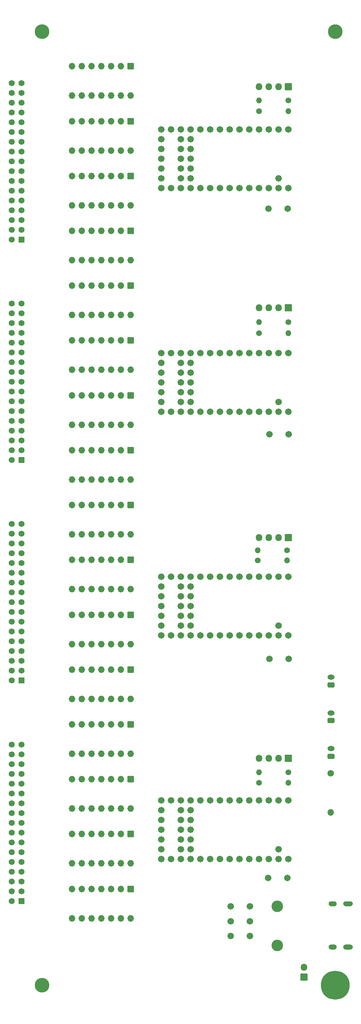
<source format=gbr>
G04 #@! TF.GenerationSoftware,KiCad,Pcbnew,(6.0.4-0)*
G04 #@! TF.CreationDate,2023-02-13T16:27:08-08:00*
G04 #@! TF.ProjectId,widaq-magis-ssr-v2b,77696461-712d-46d6-9167-69732d737372,rev?*
G04 #@! TF.SameCoordinates,Original*
G04 #@! TF.FileFunction,Soldermask,Bot*
G04 #@! TF.FilePolarity,Negative*
%FSLAX46Y46*%
G04 Gerber Fmt 4.6, Leading zero omitted, Abs format (unit mm)*
G04 Created by KiCad (PCBNEW (6.0.4-0)) date 2023-02-13 16:27:08*
%MOMM*%
%LPD*%
G01*
G04 APERTURE LIST*
G04 Aperture macros list*
%AMRoundRect*
0 Rectangle with rounded corners*
0 $1 Rounding radius*
0 $2 $3 $4 $5 $6 $7 $8 $9 X,Y pos of 4 corners*
0 Add a 4 corners polygon primitive as box body*
4,1,4,$2,$3,$4,$5,$6,$7,$8,$9,$2,$3,0*
0 Add four circle primitives for the rounded corners*
1,1,$1+$1,$2,$3*
1,1,$1+$1,$4,$5*
1,1,$1+$1,$6,$7*
1,1,$1+$1,$8,$9*
0 Add four rect primitives between the rounded corners*
20,1,$1+$1,$2,$3,$4,$5,0*
20,1,$1+$1,$4,$5,$6,$7,0*
20,1,$1+$1,$6,$7,$8,$9,0*
20,1,$1+$1,$8,$9,$2,$3,0*%
G04 Aperture macros list end*
%ADD10C,0.010000*%
%ADD11RoundRect,0.051000X-0.800000X0.800000X-0.800000X-0.800000X0.800000X-0.800000X0.800000X0.800000X0*%
%ADD12O,1.702000X1.702000*%
%ADD13RoundRect,0.301000X0.625000X-0.350000X0.625000X0.350000X-0.625000X0.350000X-0.625000X-0.350000X0*%
%ADD14O,1.852000X1.302000*%
%ADD15C,3.802000*%
%ADD16RoundRect,0.051000X-0.850000X0.850000X-0.850000X-0.850000X0.850000X-0.850000X0.850000X0.850000X0*%
%ADD17O,1.802000X1.802000*%
%ADD18C,1.502000*%
%ADD19O,1.502000X1.502000*%
%ADD20C,1.702000*%
%ADD21C,3.002000*%
%ADD22RoundRect,0.051000X0.850000X0.850000X-0.850000X0.850000X-0.850000X-0.850000X0.850000X-0.850000X0*%
%ADD23RoundRect,0.051000X-0.736600X0.736600X-0.736600X-0.736600X0.736600X-0.736600X0.736600X0.736600X0*%
%ADD24C,1.575200*%
%ADD25C,7.502000*%
%ADD26C,0.902000*%
G04 APERTURE END LIST*
G36*
X342634668Y-316038000D02*
G01*
X342696668Y-316048000D01*
X342756668Y-316064000D01*
X342815668Y-316087000D01*
X342871668Y-316115000D01*
X342924668Y-316150000D01*
X342972668Y-316189000D01*
X343017668Y-316234000D01*
X343056668Y-316282000D01*
X343091668Y-316335000D01*
X343119668Y-316391000D01*
X343142668Y-316450000D01*
X343158668Y-316510000D01*
X343168668Y-316572000D01*
X343171668Y-316635000D01*
X343168668Y-316698000D01*
X343158668Y-316760000D01*
X343142668Y-316820000D01*
X343119668Y-316879000D01*
X343091668Y-316935000D01*
X343056668Y-316988000D01*
X343017668Y-317036000D01*
X342972668Y-317081000D01*
X342924668Y-317120000D01*
X342871668Y-317155000D01*
X342815668Y-317183000D01*
X342756668Y-317206000D01*
X342696668Y-317222000D01*
X342634668Y-317232000D01*
X342571668Y-317235000D01*
X341771668Y-317235000D01*
X341708668Y-317232000D01*
X341646668Y-317222000D01*
X341586668Y-317206000D01*
X341527668Y-317183000D01*
X341471668Y-317155000D01*
X341418668Y-317120000D01*
X341370668Y-317081000D01*
X341325668Y-317036000D01*
X341286668Y-316988000D01*
X341251668Y-316935000D01*
X341223668Y-316879000D01*
X341200668Y-316820000D01*
X341184668Y-316760000D01*
X341174668Y-316698000D01*
X341171668Y-316635000D01*
X341174668Y-316572000D01*
X341184668Y-316510000D01*
X341200668Y-316450000D01*
X341223668Y-316391000D01*
X341251668Y-316335000D01*
X341286668Y-316282000D01*
X341325668Y-316234000D01*
X341370668Y-316189000D01*
X341418668Y-316150000D01*
X341471668Y-316115000D01*
X341527668Y-316087000D01*
X341586668Y-316064000D01*
X341646668Y-316048000D01*
X341708668Y-316038000D01*
X341771668Y-316035000D01*
X342571668Y-316035000D01*
X342634668Y-316038000D01*
G37*
D10*
X342634668Y-316038000D02*
X342696668Y-316048000D01*
X342756668Y-316064000D01*
X342815668Y-316087000D01*
X342871668Y-316115000D01*
X342924668Y-316150000D01*
X342972668Y-316189000D01*
X343017668Y-316234000D01*
X343056668Y-316282000D01*
X343091668Y-316335000D01*
X343119668Y-316391000D01*
X343142668Y-316450000D01*
X343158668Y-316510000D01*
X343168668Y-316572000D01*
X343171668Y-316635000D01*
X343168668Y-316698000D01*
X343158668Y-316760000D01*
X343142668Y-316820000D01*
X343119668Y-316879000D01*
X343091668Y-316935000D01*
X343056668Y-316988000D01*
X343017668Y-317036000D01*
X342972668Y-317081000D01*
X342924668Y-317120000D01*
X342871668Y-317155000D01*
X342815668Y-317183000D01*
X342756668Y-317206000D01*
X342696668Y-317222000D01*
X342634668Y-317232000D01*
X342571668Y-317235000D01*
X341771668Y-317235000D01*
X341708668Y-317232000D01*
X341646668Y-317222000D01*
X341586668Y-317206000D01*
X341527668Y-317183000D01*
X341471668Y-317155000D01*
X341418668Y-317120000D01*
X341370668Y-317081000D01*
X341325668Y-317036000D01*
X341286668Y-316988000D01*
X341251668Y-316935000D01*
X341223668Y-316879000D01*
X341200668Y-316820000D01*
X341184668Y-316760000D01*
X341174668Y-316698000D01*
X341171668Y-316635000D01*
X341174668Y-316572000D01*
X341184668Y-316510000D01*
X341200668Y-316450000D01*
X341223668Y-316391000D01*
X341251668Y-316335000D01*
X341286668Y-316282000D01*
X341325668Y-316234000D01*
X341370668Y-316189000D01*
X341418668Y-316150000D01*
X341471668Y-316115000D01*
X341527668Y-316087000D01*
X341586668Y-316064000D01*
X341646668Y-316048000D01*
X341708668Y-316038000D01*
X341771668Y-316035000D01*
X342571668Y-316035000D01*
X342634668Y-316038000D01*
G36*
X346834668Y-316038000D02*
G01*
X346896668Y-316048000D01*
X346956668Y-316064000D01*
X347015668Y-316087000D01*
X347071668Y-316115000D01*
X347124668Y-316150000D01*
X347172668Y-316189000D01*
X347217668Y-316234000D01*
X347256668Y-316282000D01*
X347291668Y-316335000D01*
X347319668Y-316391000D01*
X347342668Y-316450000D01*
X347358668Y-316510000D01*
X347368668Y-316572000D01*
X347371668Y-316635000D01*
X347368668Y-316698000D01*
X347358668Y-316760000D01*
X347342668Y-316820000D01*
X347319668Y-316879000D01*
X347291668Y-316935000D01*
X347256668Y-316988000D01*
X347217668Y-317036000D01*
X347172668Y-317081000D01*
X347124668Y-317120000D01*
X347071668Y-317155000D01*
X347015668Y-317183000D01*
X346956668Y-317206000D01*
X346896668Y-317222000D01*
X346834668Y-317232000D01*
X346771668Y-317235000D01*
X345571668Y-317235000D01*
X345508668Y-317232000D01*
X345446668Y-317222000D01*
X345386668Y-317206000D01*
X345327668Y-317183000D01*
X345271668Y-317155000D01*
X345218668Y-317120000D01*
X345170668Y-317081000D01*
X345125668Y-317036000D01*
X345086668Y-316988000D01*
X345051668Y-316935000D01*
X345023668Y-316879000D01*
X345000668Y-316820000D01*
X344984668Y-316760000D01*
X344974668Y-316698000D01*
X344971668Y-316635000D01*
X344974668Y-316572000D01*
X344984668Y-316510000D01*
X345000668Y-316450000D01*
X345023668Y-316391000D01*
X345051668Y-316335000D01*
X345086668Y-316282000D01*
X345125668Y-316234000D01*
X345170668Y-316189000D01*
X345218668Y-316150000D01*
X345271668Y-316115000D01*
X345327668Y-316087000D01*
X345386668Y-316064000D01*
X345446668Y-316048000D01*
X345508668Y-316038000D01*
X345571668Y-316035000D01*
X346771668Y-316035000D01*
X346834668Y-316038000D01*
G37*
X346834668Y-316038000D02*
X346896668Y-316048000D01*
X346956668Y-316064000D01*
X347015668Y-316087000D01*
X347071668Y-316115000D01*
X347124668Y-316150000D01*
X347172668Y-316189000D01*
X347217668Y-316234000D01*
X347256668Y-316282000D01*
X347291668Y-316335000D01*
X347319668Y-316391000D01*
X347342668Y-316450000D01*
X347358668Y-316510000D01*
X347368668Y-316572000D01*
X347371668Y-316635000D01*
X347368668Y-316698000D01*
X347358668Y-316760000D01*
X347342668Y-316820000D01*
X347319668Y-316879000D01*
X347291668Y-316935000D01*
X347256668Y-316988000D01*
X347217668Y-317036000D01*
X347172668Y-317081000D01*
X347124668Y-317120000D01*
X347071668Y-317155000D01*
X347015668Y-317183000D01*
X346956668Y-317206000D01*
X346896668Y-317222000D01*
X346834668Y-317232000D01*
X346771668Y-317235000D01*
X345571668Y-317235000D01*
X345508668Y-317232000D01*
X345446668Y-317222000D01*
X345386668Y-317206000D01*
X345327668Y-317183000D01*
X345271668Y-317155000D01*
X345218668Y-317120000D01*
X345170668Y-317081000D01*
X345125668Y-317036000D01*
X345086668Y-316988000D01*
X345051668Y-316935000D01*
X345023668Y-316879000D01*
X345000668Y-316820000D01*
X344984668Y-316760000D01*
X344974668Y-316698000D01*
X344971668Y-316635000D01*
X344974668Y-316572000D01*
X344984668Y-316510000D01*
X345000668Y-316450000D01*
X345023668Y-316391000D01*
X345051668Y-316335000D01*
X345086668Y-316282000D01*
X345125668Y-316234000D01*
X345170668Y-316189000D01*
X345218668Y-316150000D01*
X345271668Y-316115000D01*
X345327668Y-316087000D01*
X345386668Y-316064000D01*
X345446668Y-316048000D01*
X345508668Y-316038000D01*
X345571668Y-316035000D01*
X346771668Y-316035000D01*
X346834668Y-316038000D01*
G36*
X342634668Y-327278000D02*
G01*
X342696668Y-327288000D01*
X342756668Y-327304000D01*
X342815668Y-327327000D01*
X342871668Y-327355000D01*
X342924668Y-327390000D01*
X342972668Y-327429000D01*
X343017668Y-327474000D01*
X343056668Y-327522000D01*
X343091668Y-327575000D01*
X343119668Y-327631000D01*
X343142668Y-327690000D01*
X343158668Y-327750000D01*
X343168668Y-327812000D01*
X343171668Y-327875000D01*
X343168668Y-327938000D01*
X343158668Y-328000000D01*
X343142668Y-328060000D01*
X343119668Y-328119000D01*
X343091668Y-328175000D01*
X343056668Y-328228000D01*
X343017668Y-328276000D01*
X342972668Y-328321000D01*
X342924668Y-328360000D01*
X342871668Y-328395000D01*
X342815668Y-328423000D01*
X342756668Y-328446000D01*
X342696668Y-328462000D01*
X342634668Y-328472000D01*
X342571668Y-328475000D01*
X341771668Y-328475000D01*
X341708668Y-328472000D01*
X341646668Y-328462000D01*
X341586668Y-328446000D01*
X341527668Y-328423000D01*
X341471668Y-328395000D01*
X341418668Y-328360000D01*
X341370668Y-328321000D01*
X341325668Y-328276000D01*
X341286668Y-328228000D01*
X341251668Y-328175000D01*
X341223668Y-328119000D01*
X341200668Y-328060000D01*
X341184668Y-328000000D01*
X341174668Y-327938000D01*
X341171668Y-327875000D01*
X341174668Y-327812000D01*
X341184668Y-327750000D01*
X341200668Y-327690000D01*
X341223668Y-327631000D01*
X341251668Y-327575000D01*
X341286668Y-327522000D01*
X341325668Y-327474000D01*
X341370668Y-327429000D01*
X341418668Y-327390000D01*
X341471668Y-327355000D01*
X341527668Y-327327000D01*
X341586668Y-327304000D01*
X341646668Y-327288000D01*
X341708668Y-327278000D01*
X341771668Y-327275000D01*
X342571668Y-327275000D01*
X342634668Y-327278000D01*
G37*
X342634668Y-327278000D02*
X342696668Y-327288000D01*
X342756668Y-327304000D01*
X342815668Y-327327000D01*
X342871668Y-327355000D01*
X342924668Y-327390000D01*
X342972668Y-327429000D01*
X343017668Y-327474000D01*
X343056668Y-327522000D01*
X343091668Y-327575000D01*
X343119668Y-327631000D01*
X343142668Y-327690000D01*
X343158668Y-327750000D01*
X343168668Y-327812000D01*
X343171668Y-327875000D01*
X343168668Y-327938000D01*
X343158668Y-328000000D01*
X343142668Y-328060000D01*
X343119668Y-328119000D01*
X343091668Y-328175000D01*
X343056668Y-328228000D01*
X343017668Y-328276000D01*
X342972668Y-328321000D01*
X342924668Y-328360000D01*
X342871668Y-328395000D01*
X342815668Y-328423000D01*
X342756668Y-328446000D01*
X342696668Y-328462000D01*
X342634668Y-328472000D01*
X342571668Y-328475000D01*
X341771668Y-328475000D01*
X341708668Y-328472000D01*
X341646668Y-328462000D01*
X341586668Y-328446000D01*
X341527668Y-328423000D01*
X341471668Y-328395000D01*
X341418668Y-328360000D01*
X341370668Y-328321000D01*
X341325668Y-328276000D01*
X341286668Y-328228000D01*
X341251668Y-328175000D01*
X341223668Y-328119000D01*
X341200668Y-328060000D01*
X341184668Y-328000000D01*
X341174668Y-327938000D01*
X341171668Y-327875000D01*
X341174668Y-327812000D01*
X341184668Y-327750000D01*
X341200668Y-327690000D01*
X341223668Y-327631000D01*
X341251668Y-327575000D01*
X341286668Y-327522000D01*
X341325668Y-327474000D01*
X341370668Y-327429000D01*
X341418668Y-327390000D01*
X341471668Y-327355000D01*
X341527668Y-327327000D01*
X341586668Y-327304000D01*
X341646668Y-327288000D01*
X341708668Y-327278000D01*
X341771668Y-327275000D01*
X342571668Y-327275000D01*
X342634668Y-327278000D01*
G36*
X346834668Y-327278000D02*
G01*
X346896668Y-327288000D01*
X346956668Y-327304000D01*
X347015668Y-327327000D01*
X347071668Y-327355000D01*
X347124668Y-327390000D01*
X347172668Y-327429000D01*
X347217668Y-327474000D01*
X347256668Y-327522000D01*
X347291668Y-327575000D01*
X347319668Y-327631000D01*
X347342668Y-327690000D01*
X347358668Y-327750000D01*
X347368668Y-327812000D01*
X347371668Y-327875000D01*
X347368668Y-327938000D01*
X347358668Y-328000000D01*
X347342668Y-328060000D01*
X347319668Y-328119000D01*
X347291668Y-328175000D01*
X347256668Y-328228000D01*
X347217668Y-328276000D01*
X347172668Y-328321000D01*
X347124668Y-328360000D01*
X347071668Y-328395000D01*
X347015668Y-328423000D01*
X346956668Y-328446000D01*
X346896668Y-328462000D01*
X346834668Y-328472000D01*
X346771668Y-328475000D01*
X345571668Y-328475000D01*
X345508668Y-328472000D01*
X345446668Y-328462000D01*
X345386668Y-328446000D01*
X345327668Y-328423000D01*
X345271668Y-328395000D01*
X345218668Y-328360000D01*
X345170668Y-328321000D01*
X345125668Y-328276000D01*
X345086668Y-328228000D01*
X345051668Y-328175000D01*
X345023668Y-328119000D01*
X345000668Y-328060000D01*
X344984668Y-328000000D01*
X344974668Y-327938000D01*
X344971668Y-327875000D01*
X344974668Y-327812000D01*
X344984668Y-327750000D01*
X345000668Y-327690000D01*
X345023668Y-327631000D01*
X345051668Y-327575000D01*
X345086668Y-327522000D01*
X345125668Y-327474000D01*
X345170668Y-327429000D01*
X345218668Y-327390000D01*
X345271668Y-327355000D01*
X345327668Y-327327000D01*
X345386668Y-327304000D01*
X345446668Y-327288000D01*
X345508668Y-327278000D01*
X345571668Y-327275000D01*
X346771668Y-327275000D01*
X346834668Y-327278000D01*
G37*
X346834668Y-327278000D02*
X346896668Y-327288000D01*
X346956668Y-327304000D01*
X347015668Y-327327000D01*
X347071668Y-327355000D01*
X347124668Y-327390000D01*
X347172668Y-327429000D01*
X347217668Y-327474000D01*
X347256668Y-327522000D01*
X347291668Y-327575000D01*
X347319668Y-327631000D01*
X347342668Y-327690000D01*
X347358668Y-327750000D01*
X347368668Y-327812000D01*
X347371668Y-327875000D01*
X347368668Y-327938000D01*
X347358668Y-328000000D01*
X347342668Y-328060000D01*
X347319668Y-328119000D01*
X347291668Y-328175000D01*
X347256668Y-328228000D01*
X347217668Y-328276000D01*
X347172668Y-328321000D01*
X347124668Y-328360000D01*
X347071668Y-328395000D01*
X347015668Y-328423000D01*
X346956668Y-328446000D01*
X346896668Y-328462000D01*
X346834668Y-328472000D01*
X346771668Y-328475000D01*
X345571668Y-328475000D01*
X345508668Y-328472000D01*
X345446668Y-328462000D01*
X345386668Y-328446000D01*
X345327668Y-328423000D01*
X345271668Y-328395000D01*
X345218668Y-328360000D01*
X345170668Y-328321000D01*
X345125668Y-328276000D01*
X345086668Y-328228000D01*
X345051668Y-328175000D01*
X345023668Y-328119000D01*
X345000668Y-328060000D01*
X344984668Y-328000000D01*
X344974668Y-327938000D01*
X344971668Y-327875000D01*
X344974668Y-327812000D01*
X344984668Y-327750000D01*
X345000668Y-327690000D01*
X345023668Y-327631000D01*
X345051668Y-327575000D01*
X345086668Y-327522000D01*
X345125668Y-327474000D01*
X345170668Y-327429000D01*
X345218668Y-327390000D01*
X345271668Y-327355000D01*
X345327668Y-327327000D01*
X345386668Y-327304000D01*
X345446668Y-327288000D01*
X345508668Y-327278000D01*
X345571668Y-327275000D01*
X346771668Y-327275000D01*
X346834668Y-327278000D01*
G36*
X342634668Y-316038000D02*
G01*
X342696668Y-316048000D01*
X342756668Y-316064000D01*
X342815668Y-316087000D01*
X342871668Y-316115000D01*
X342924668Y-316150000D01*
X342972668Y-316189000D01*
X343017668Y-316234000D01*
X343056668Y-316282000D01*
X343091668Y-316335000D01*
X343119668Y-316391000D01*
X343142668Y-316450000D01*
X343158668Y-316510000D01*
X343168668Y-316572000D01*
X343171668Y-316635000D01*
X343168668Y-316698000D01*
X343158668Y-316760000D01*
X343142668Y-316820000D01*
X343119668Y-316879000D01*
X343091668Y-316935000D01*
X343056668Y-316988000D01*
X343017668Y-317036000D01*
X342972668Y-317081000D01*
X342924668Y-317120000D01*
X342871668Y-317155000D01*
X342815668Y-317183000D01*
X342756668Y-317206000D01*
X342696668Y-317222000D01*
X342634668Y-317232000D01*
X342571668Y-317235000D01*
X341771668Y-317235000D01*
X341708668Y-317232000D01*
X341646668Y-317222000D01*
X341586668Y-317206000D01*
X341527668Y-317183000D01*
X341471668Y-317155000D01*
X341418668Y-317120000D01*
X341370668Y-317081000D01*
X341325668Y-317036000D01*
X341286668Y-316988000D01*
X341251668Y-316935000D01*
X341223668Y-316879000D01*
X341200668Y-316820000D01*
X341184668Y-316760000D01*
X341174668Y-316698000D01*
X341171668Y-316635000D01*
X341174668Y-316572000D01*
X341184668Y-316510000D01*
X341200668Y-316450000D01*
X341223668Y-316391000D01*
X341251668Y-316335000D01*
X341286668Y-316282000D01*
X341325668Y-316234000D01*
X341370668Y-316189000D01*
X341418668Y-316150000D01*
X341471668Y-316115000D01*
X341527668Y-316087000D01*
X341586668Y-316064000D01*
X341646668Y-316048000D01*
X341708668Y-316038000D01*
X341771668Y-316035000D01*
X342571668Y-316035000D01*
X342634668Y-316038000D01*
G37*
X342634668Y-316038000D02*
X342696668Y-316048000D01*
X342756668Y-316064000D01*
X342815668Y-316087000D01*
X342871668Y-316115000D01*
X342924668Y-316150000D01*
X342972668Y-316189000D01*
X343017668Y-316234000D01*
X343056668Y-316282000D01*
X343091668Y-316335000D01*
X343119668Y-316391000D01*
X343142668Y-316450000D01*
X343158668Y-316510000D01*
X343168668Y-316572000D01*
X343171668Y-316635000D01*
X343168668Y-316698000D01*
X343158668Y-316760000D01*
X343142668Y-316820000D01*
X343119668Y-316879000D01*
X343091668Y-316935000D01*
X343056668Y-316988000D01*
X343017668Y-317036000D01*
X342972668Y-317081000D01*
X342924668Y-317120000D01*
X342871668Y-317155000D01*
X342815668Y-317183000D01*
X342756668Y-317206000D01*
X342696668Y-317222000D01*
X342634668Y-317232000D01*
X342571668Y-317235000D01*
X341771668Y-317235000D01*
X341708668Y-317232000D01*
X341646668Y-317222000D01*
X341586668Y-317206000D01*
X341527668Y-317183000D01*
X341471668Y-317155000D01*
X341418668Y-317120000D01*
X341370668Y-317081000D01*
X341325668Y-317036000D01*
X341286668Y-316988000D01*
X341251668Y-316935000D01*
X341223668Y-316879000D01*
X341200668Y-316820000D01*
X341184668Y-316760000D01*
X341174668Y-316698000D01*
X341171668Y-316635000D01*
X341174668Y-316572000D01*
X341184668Y-316510000D01*
X341200668Y-316450000D01*
X341223668Y-316391000D01*
X341251668Y-316335000D01*
X341286668Y-316282000D01*
X341325668Y-316234000D01*
X341370668Y-316189000D01*
X341418668Y-316150000D01*
X341471668Y-316115000D01*
X341527668Y-316087000D01*
X341586668Y-316064000D01*
X341646668Y-316048000D01*
X341708668Y-316038000D01*
X341771668Y-316035000D01*
X342571668Y-316035000D01*
X342634668Y-316038000D01*
G36*
X346834668Y-316038000D02*
G01*
X346896668Y-316048000D01*
X346956668Y-316064000D01*
X347015668Y-316087000D01*
X347071668Y-316115000D01*
X347124668Y-316150000D01*
X347172668Y-316189000D01*
X347217668Y-316234000D01*
X347256668Y-316282000D01*
X347291668Y-316335000D01*
X347319668Y-316391000D01*
X347342668Y-316450000D01*
X347358668Y-316510000D01*
X347368668Y-316572000D01*
X347371668Y-316635000D01*
X347368668Y-316698000D01*
X347358668Y-316760000D01*
X347342668Y-316820000D01*
X347319668Y-316879000D01*
X347291668Y-316935000D01*
X347256668Y-316988000D01*
X347217668Y-317036000D01*
X347172668Y-317081000D01*
X347124668Y-317120000D01*
X347071668Y-317155000D01*
X347015668Y-317183000D01*
X346956668Y-317206000D01*
X346896668Y-317222000D01*
X346834668Y-317232000D01*
X346771668Y-317235000D01*
X345571668Y-317235000D01*
X345508668Y-317232000D01*
X345446668Y-317222000D01*
X345386668Y-317206000D01*
X345327668Y-317183000D01*
X345271668Y-317155000D01*
X345218668Y-317120000D01*
X345170668Y-317081000D01*
X345125668Y-317036000D01*
X345086668Y-316988000D01*
X345051668Y-316935000D01*
X345023668Y-316879000D01*
X345000668Y-316820000D01*
X344984668Y-316760000D01*
X344974668Y-316698000D01*
X344971668Y-316635000D01*
X344974668Y-316572000D01*
X344984668Y-316510000D01*
X345000668Y-316450000D01*
X345023668Y-316391000D01*
X345051668Y-316335000D01*
X345086668Y-316282000D01*
X345125668Y-316234000D01*
X345170668Y-316189000D01*
X345218668Y-316150000D01*
X345271668Y-316115000D01*
X345327668Y-316087000D01*
X345386668Y-316064000D01*
X345446668Y-316048000D01*
X345508668Y-316038000D01*
X345571668Y-316035000D01*
X346771668Y-316035000D01*
X346834668Y-316038000D01*
G37*
X346834668Y-316038000D02*
X346896668Y-316048000D01*
X346956668Y-316064000D01*
X347015668Y-316087000D01*
X347071668Y-316115000D01*
X347124668Y-316150000D01*
X347172668Y-316189000D01*
X347217668Y-316234000D01*
X347256668Y-316282000D01*
X347291668Y-316335000D01*
X347319668Y-316391000D01*
X347342668Y-316450000D01*
X347358668Y-316510000D01*
X347368668Y-316572000D01*
X347371668Y-316635000D01*
X347368668Y-316698000D01*
X347358668Y-316760000D01*
X347342668Y-316820000D01*
X347319668Y-316879000D01*
X347291668Y-316935000D01*
X347256668Y-316988000D01*
X347217668Y-317036000D01*
X347172668Y-317081000D01*
X347124668Y-317120000D01*
X347071668Y-317155000D01*
X347015668Y-317183000D01*
X346956668Y-317206000D01*
X346896668Y-317222000D01*
X346834668Y-317232000D01*
X346771668Y-317235000D01*
X345571668Y-317235000D01*
X345508668Y-317232000D01*
X345446668Y-317222000D01*
X345386668Y-317206000D01*
X345327668Y-317183000D01*
X345271668Y-317155000D01*
X345218668Y-317120000D01*
X345170668Y-317081000D01*
X345125668Y-317036000D01*
X345086668Y-316988000D01*
X345051668Y-316935000D01*
X345023668Y-316879000D01*
X345000668Y-316820000D01*
X344984668Y-316760000D01*
X344974668Y-316698000D01*
X344971668Y-316635000D01*
X344974668Y-316572000D01*
X344984668Y-316510000D01*
X345000668Y-316450000D01*
X345023668Y-316391000D01*
X345051668Y-316335000D01*
X345086668Y-316282000D01*
X345125668Y-316234000D01*
X345170668Y-316189000D01*
X345218668Y-316150000D01*
X345271668Y-316115000D01*
X345327668Y-316087000D01*
X345386668Y-316064000D01*
X345446668Y-316048000D01*
X345508668Y-316038000D01*
X345571668Y-316035000D01*
X346771668Y-316035000D01*
X346834668Y-316038000D01*
G36*
X342634668Y-327278000D02*
G01*
X342696668Y-327288000D01*
X342756668Y-327304000D01*
X342815668Y-327327000D01*
X342871668Y-327355000D01*
X342924668Y-327390000D01*
X342972668Y-327429000D01*
X343017668Y-327474000D01*
X343056668Y-327522000D01*
X343091668Y-327575000D01*
X343119668Y-327631000D01*
X343142668Y-327690000D01*
X343158668Y-327750000D01*
X343168668Y-327812000D01*
X343171668Y-327875000D01*
X343168668Y-327938000D01*
X343158668Y-328000000D01*
X343142668Y-328060000D01*
X343119668Y-328119000D01*
X343091668Y-328175000D01*
X343056668Y-328228000D01*
X343017668Y-328276000D01*
X342972668Y-328321000D01*
X342924668Y-328360000D01*
X342871668Y-328395000D01*
X342815668Y-328423000D01*
X342756668Y-328446000D01*
X342696668Y-328462000D01*
X342634668Y-328472000D01*
X342571668Y-328475000D01*
X341771668Y-328475000D01*
X341708668Y-328472000D01*
X341646668Y-328462000D01*
X341586668Y-328446000D01*
X341527668Y-328423000D01*
X341471668Y-328395000D01*
X341418668Y-328360000D01*
X341370668Y-328321000D01*
X341325668Y-328276000D01*
X341286668Y-328228000D01*
X341251668Y-328175000D01*
X341223668Y-328119000D01*
X341200668Y-328060000D01*
X341184668Y-328000000D01*
X341174668Y-327938000D01*
X341171668Y-327875000D01*
X341174668Y-327812000D01*
X341184668Y-327750000D01*
X341200668Y-327690000D01*
X341223668Y-327631000D01*
X341251668Y-327575000D01*
X341286668Y-327522000D01*
X341325668Y-327474000D01*
X341370668Y-327429000D01*
X341418668Y-327390000D01*
X341471668Y-327355000D01*
X341527668Y-327327000D01*
X341586668Y-327304000D01*
X341646668Y-327288000D01*
X341708668Y-327278000D01*
X341771668Y-327275000D01*
X342571668Y-327275000D01*
X342634668Y-327278000D01*
G37*
X342634668Y-327278000D02*
X342696668Y-327288000D01*
X342756668Y-327304000D01*
X342815668Y-327327000D01*
X342871668Y-327355000D01*
X342924668Y-327390000D01*
X342972668Y-327429000D01*
X343017668Y-327474000D01*
X343056668Y-327522000D01*
X343091668Y-327575000D01*
X343119668Y-327631000D01*
X343142668Y-327690000D01*
X343158668Y-327750000D01*
X343168668Y-327812000D01*
X343171668Y-327875000D01*
X343168668Y-327938000D01*
X343158668Y-328000000D01*
X343142668Y-328060000D01*
X343119668Y-328119000D01*
X343091668Y-328175000D01*
X343056668Y-328228000D01*
X343017668Y-328276000D01*
X342972668Y-328321000D01*
X342924668Y-328360000D01*
X342871668Y-328395000D01*
X342815668Y-328423000D01*
X342756668Y-328446000D01*
X342696668Y-328462000D01*
X342634668Y-328472000D01*
X342571668Y-328475000D01*
X341771668Y-328475000D01*
X341708668Y-328472000D01*
X341646668Y-328462000D01*
X341586668Y-328446000D01*
X341527668Y-328423000D01*
X341471668Y-328395000D01*
X341418668Y-328360000D01*
X341370668Y-328321000D01*
X341325668Y-328276000D01*
X341286668Y-328228000D01*
X341251668Y-328175000D01*
X341223668Y-328119000D01*
X341200668Y-328060000D01*
X341184668Y-328000000D01*
X341174668Y-327938000D01*
X341171668Y-327875000D01*
X341174668Y-327812000D01*
X341184668Y-327750000D01*
X341200668Y-327690000D01*
X341223668Y-327631000D01*
X341251668Y-327575000D01*
X341286668Y-327522000D01*
X341325668Y-327474000D01*
X341370668Y-327429000D01*
X341418668Y-327390000D01*
X341471668Y-327355000D01*
X341527668Y-327327000D01*
X341586668Y-327304000D01*
X341646668Y-327288000D01*
X341708668Y-327278000D01*
X341771668Y-327275000D01*
X342571668Y-327275000D01*
X342634668Y-327278000D01*
G36*
X346834668Y-327278000D02*
G01*
X346896668Y-327288000D01*
X346956668Y-327304000D01*
X347015668Y-327327000D01*
X347071668Y-327355000D01*
X347124668Y-327390000D01*
X347172668Y-327429000D01*
X347217668Y-327474000D01*
X347256668Y-327522000D01*
X347291668Y-327575000D01*
X347319668Y-327631000D01*
X347342668Y-327690000D01*
X347358668Y-327750000D01*
X347368668Y-327812000D01*
X347371668Y-327875000D01*
X347368668Y-327938000D01*
X347358668Y-328000000D01*
X347342668Y-328060000D01*
X347319668Y-328119000D01*
X347291668Y-328175000D01*
X347256668Y-328228000D01*
X347217668Y-328276000D01*
X347172668Y-328321000D01*
X347124668Y-328360000D01*
X347071668Y-328395000D01*
X347015668Y-328423000D01*
X346956668Y-328446000D01*
X346896668Y-328462000D01*
X346834668Y-328472000D01*
X346771668Y-328475000D01*
X345571668Y-328475000D01*
X345508668Y-328472000D01*
X345446668Y-328462000D01*
X345386668Y-328446000D01*
X345327668Y-328423000D01*
X345271668Y-328395000D01*
X345218668Y-328360000D01*
X345170668Y-328321000D01*
X345125668Y-328276000D01*
X345086668Y-328228000D01*
X345051668Y-328175000D01*
X345023668Y-328119000D01*
X345000668Y-328060000D01*
X344984668Y-328000000D01*
X344974668Y-327938000D01*
X344971668Y-327875000D01*
X344974668Y-327812000D01*
X344984668Y-327750000D01*
X345000668Y-327690000D01*
X345023668Y-327631000D01*
X345051668Y-327575000D01*
X345086668Y-327522000D01*
X345125668Y-327474000D01*
X345170668Y-327429000D01*
X345218668Y-327390000D01*
X345271668Y-327355000D01*
X345327668Y-327327000D01*
X345386668Y-327304000D01*
X345446668Y-327288000D01*
X345508668Y-327278000D01*
X345571668Y-327275000D01*
X346771668Y-327275000D01*
X346834668Y-327278000D01*
G37*
X346834668Y-327278000D02*
X346896668Y-327288000D01*
X346956668Y-327304000D01*
X347015668Y-327327000D01*
X347071668Y-327355000D01*
X347124668Y-327390000D01*
X347172668Y-327429000D01*
X347217668Y-327474000D01*
X347256668Y-327522000D01*
X347291668Y-327575000D01*
X347319668Y-327631000D01*
X347342668Y-327690000D01*
X347358668Y-327750000D01*
X347368668Y-327812000D01*
X347371668Y-327875000D01*
X347368668Y-327938000D01*
X347358668Y-328000000D01*
X347342668Y-328060000D01*
X347319668Y-328119000D01*
X347291668Y-328175000D01*
X347256668Y-328228000D01*
X347217668Y-328276000D01*
X347172668Y-328321000D01*
X347124668Y-328360000D01*
X347071668Y-328395000D01*
X347015668Y-328423000D01*
X346956668Y-328446000D01*
X346896668Y-328462000D01*
X346834668Y-328472000D01*
X346771668Y-328475000D01*
X345571668Y-328475000D01*
X345508668Y-328472000D01*
X345446668Y-328462000D01*
X345386668Y-328446000D01*
X345327668Y-328423000D01*
X345271668Y-328395000D01*
X345218668Y-328360000D01*
X345170668Y-328321000D01*
X345125668Y-328276000D01*
X345086668Y-328228000D01*
X345051668Y-328175000D01*
X345023668Y-328119000D01*
X345000668Y-328060000D01*
X344984668Y-328000000D01*
X344974668Y-327938000D01*
X344971668Y-327875000D01*
X344974668Y-327812000D01*
X344984668Y-327750000D01*
X345000668Y-327690000D01*
X345023668Y-327631000D01*
X345051668Y-327575000D01*
X345086668Y-327522000D01*
X345125668Y-327474000D01*
X345170668Y-327429000D01*
X345218668Y-327390000D01*
X345271668Y-327355000D01*
X345327668Y-327327000D01*
X345386668Y-327304000D01*
X345446668Y-327288000D01*
X345508668Y-327278000D01*
X345571668Y-327275000D01*
X346771668Y-327275000D01*
X346834668Y-327278000D01*
D11*
X289725000Y-241608332D03*
D12*
X287185000Y-241608332D03*
X284645000Y-241608332D03*
X282105000Y-241608332D03*
X279565000Y-241608332D03*
X277025000Y-241608332D03*
X274485000Y-241608332D03*
X274485000Y-249228332D03*
X277025000Y-249228332D03*
X279565000Y-249228332D03*
X282105000Y-249228332D03*
X284645000Y-249228332D03*
X287185000Y-249228332D03*
X289725000Y-249228332D03*
D11*
X289725000Y-113433338D03*
D12*
X287185000Y-113433338D03*
X284645000Y-113433338D03*
X282105000Y-113433338D03*
X279565000Y-113433338D03*
X277025000Y-113433338D03*
X274485000Y-113433338D03*
X274485000Y-121053338D03*
X277025000Y-121053338D03*
X279565000Y-121053338D03*
X282105000Y-121053338D03*
X284645000Y-121053338D03*
X287185000Y-121053338D03*
X289725000Y-121053338D03*
D11*
X289725000Y-99191672D03*
D12*
X287185000Y-99191672D03*
X284645000Y-99191672D03*
X282105000Y-99191672D03*
X279565000Y-99191672D03*
X277025000Y-99191672D03*
X274485000Y-99191672D03*
X274485000Y-106811672D03*
X277025000Y-106811672D03*
X279565000Y-106811672D03*
X282105000Y-106811672D03*
X284645000Y-106811672D03*
X287185000Y-106811672D03*
X289725000Y-106811672D03*
D11*
X289725000Y-298574996D03*
D12*
X287185000Y-298574996D03*
X284645000Y-298574996D03*
X282105000Y-298574996D03*
X279565000Y-298574996D03*
X277025000Y-298574996D03*
X274485000Y-298574996D03*
X274485000Y-306194996D03*
X277025000Y-306194996D03*
X279565000Y-306194996D03*
X282105000Y-306194996D03*
X284645000Y-306194996D03*
X287185000Y-306194996D03*
X289725000Y-306194996D03*
D11*
X289725000Y-312816672D03*
D12*
X287185000Y-312816672D03*
X284645000Y-312816672D03*
X282105000Y-312816672D03*
X279565000Y-312816672D03*
X277025000Y-312816672D03*
X274485000Y-312816672D03*
X274485000Y-320436672D03*
X277025000Y-320436672D03*
X279565000Y-320436672D03*
X282105000Y-320436672D03*
X284645000Y-320436672D03*
X287185000Y-320436672D03*
X289725000Y-320436672D03*
D13*
X341771668Y-269100000D03*
D14*
X341771668Y-267100000D03*
D15*
X266700000Y-337820000D03*
D16*
X330686668Y-221575000D03*
D17*
X328146668Y-221575000D03*
X325606668Y-221575000D03*
X323066668Y-221575000D03*
D18*
X322776668Y-227525000D03*
D19*
X330396668Y-227525000D03*
D20*
X315686668Y-317370000D03*
X320686668Y-317370000D03*
X315686668Y-325070000D03*
X320686668Y-325070000D03*
D11*
X289725000Y-270091664D03*
D12*
X287185000Y-270091664D03*
X284645000Y-270091664D03*
X282105000Y-270091664D03*
X279565000Y-270091664D03*
X277025000Y-270091664D03*
X274485000Y-270091664D03*
X274485000Y-277711664D03*
X277025000Y-277711664D03*
X279565000Y-277711664D03*
X282105000Y-277711664D03*
X284645000Y-277711664D03*
X287185000Y-277711664D03*
X289725000Y-277711664D03*
D18*
X330736668Y-165575000D03*
D19*
X323116668Y-165575000D03*
D20*
X315686668Y-321220000D03*
X320686668Y-321220000D03*
D11*
X289725000Y-127675004D03*
D12*
X287185000Y-127675004D03*
X284645000Y-127675004D03*
X282105000Y-127675004D03*
X279565000Y-127675004D03*
X277025000Y-127675004D03*
X274485000Y-127675004D03*
X274485000Y-135295004D03*
X277025000Y-135295004D03*
X279565000Y-135295004D03*
X282105000Y-135295004D03*
X284645000Y-135295004D03*
X287185000Y-135295004D03*
X289725000Y-135295004D03*
D16*
X330711668Y-278900000D03*
D17*
X328171668Y-278900000D03*
X325631668Y-278900000D03*
X323091668Y-278900000D03*
D21*
X327875000Y-327530000D03*
X327875000Y-317370000D03*
D18*
X323126668Y-168475000D03*
D19*
X330746668Y-168475000D03*
D11*
X289725000Y-184641668D03*
D12*
X287185000Y-184641668D03*
X284645000Y-184641668D03*
X282105000Y-184641668D03*
X279565000Y-184641668D03*
X277025000Y-184641668D03*
X274485000Y-184641668D03*
X274485000Y-192261668D03*
X277025000Y-192261668D03*
X279565000Y-192261668D03*
X282105000Y-192261668D03*
X284645000Y-192261668D03*
X287185000Y-192261668D03*
X289725000Y-192261668D03*
D20*
X325811668Y-253050000D03*
X330811668Y-253050000D03*
X330711668Y-115555000D03*
X328171668Y-115555000D03*
X325631668Y-115555000D03*
X323091668Y-115555000D03*
X320551668Y-115555000D03*
X318011668Y-115555000D03*
X315471668Y-115555000D03*
X312931668Y-115555000D03*
X310391668Y-115555000D03*
X307851668Y-115555000D03*
X305311668Y-115555000D03*
X302771668Y-115555000D03*
X300231668Y-115555000D03*
X297691668Y-115555000D03*
X297691668Y-118095000D03*
X297691668Y-120635000D03*
X297691668Y-123175000D03*
X297691668Y-125715000D03*
X297691668Y-128255000D03*
X297691668Y-130795000D03*
X300231668Y-130795000D03*
X302771668Y-130795000D03*
X305311668Y-130795000D03*
X307851668Y-130795000D03*
X310391668Y-130795000D03*
X312931668Y-130795000D03*
X315471668Y-130795000D03*
X318011668Y-130795000D03*
X320551668Y-130795000D03*
X323091668Y-130795000D03*
X325631668Y-130795000D03*
X328171668Y-130795000D03*
X330711668Y-130795000D03*
X328171668Y-128255000D03*
X302771668Y-128255000D03*
X305311668Y-128255000D03*
X302771668Y-125715000D03*
X305311668Y-125715000D03*
X302771668Y-123175000D03*
X305311668Y-123175000D03*
X302771668Y-120635000D03*
X305311668Y-120635000D03*
X302771668Y-118095000D03*
X305311668Y-118095000D03*
X325486668Y-309975000D03*
X330486668Y-309975000D03*
X325811668Y-194725000D03*
X330811668Y-194725000D03*
D11*
X289725000Y-141916670D03*
D12*
X287185000Y-141916670D03*
X284645000Y-141916670D03*
X282105000Y-141916670D03*
X279565000Y-141916670D03*
X277025000Y-141916670D03*
X274485000Y-141916670D03*
X274485000Y-149536670D03*
X277025000Y-149536670D03*
X279565000Y-149536670D03*
X282105000Y-149536670D03*
X284645000Y-149536670D03*
X287185000Y-149536670D03*
X289725000Y-149536670D03*
D18*
X330751668Y-108050000D03*
D19*
X323131668Y-108050000D03*
D11*
X289725000Y-198883334D03*
D12*
X287185000Y-198883334D03*
X284645000Y-198883334D03*
X282105000Y-198883334D03*
X279565000Y-198883334D03*
X277025000Y-198883334D03*
X274485000Y-198883334D03*
X274485000Y-206503334D03*
X277025000Y-206503334D03*
X279565000Y-206503334D03*
X282105000Y-206503334D03*
X284645000Y-206503334D03*
X287185000Y-206503334D03*
X289725000Y-206503334D03*
D13*
X341771668Y-278375000D03*
D14*
X341771668Y-276375000D03*
D11*
X289725000Y-284333330D03*
D12*
X287185000Y-284333330D03*
X284645000Y-284333330D03*
X282105000Y-284333330D03*
X279565000Y-284333330D03*
X277025000Y-284333330D03*
X274485000Y-284333330D03*
X274485000Y-291953330D03*
X277025000Y-291953330D03*
X279565000Y-291953330D03*
X282105000Y-291953330D03*
X284645000Y-291953330D03*
X287185000Y-291953330D03*
X289725000Y-291953330D03*
D16*
X330711668Y-104450000D03*
D17*
X328171668Y-104450000D03*
X325631668Y-104450000D03*
X323091668Y-104450000D03*
D20*
X330711668Y-289830000D03*
X328171668Y-289830000D03*
X325631668Y-289830000D03*
X323091668Y-289830000D03*
X320551668Y-289830000D03*
X318011668Y-289830000D03*
X315471668Y-289830000D03*
X312931668Y-289830000D03*
X310391668Y-289830000D03*
X307851668Y-289830000D03*
X305311668Y-289830000D03*
X302771668Y-289830000D03*
X300231668Y-289830000D03*
X297691668Y-289830000D03*
X297691668Y-292370000D03*
X297691668Y-294910000D03*
X297691668Y-297450000D03*
X297691668Y-299990000D03*
X297691668Y-302530000D03*
X297691668Y-305070000D03*
X300231668Y-305070000D03*
X302771668Y-305070000D03*
X305311668Y-305070000D03*
X307851668Y-305070000D03*
X310391668Y-305070000D03*
X312931668Y-305070000D03*
X315471668Y-305070000D03*
X318011668Y-305070000D03*
X320551668Y-305070000D03*
X323091668Y-305070000D03*
X325631668Y-305070000D03*
X328171668Y-305070000D03*
X330711668Y-305070000D03*
X328171668Y-302530000D03*
X302771668Y-302530000D03*
X305311668Y-302530000D03*
X302771668Y-299990000D03*
X305311668Y-299990000D03*
X302771668Y-297450000D03*
X305311668Y-297450000D03*
X302771668Y-294910000D03*
X305311668Y-294910000D03*
X302771668Y-292370000D03*
X305311668Y-292370000D03*
D22*
X334750000Y-335750000D03*
D17*
X334750000Y-333210000D03*
D15*
X266700000Y-90170000D03*
D20*
X341761668Y-282770000D03*
D12*
X341761668Y-292930000D03*
D23*
X261345000Y-201445000D03*
D24*
X261345000Y-198905000D03*
X261345000Y-196365000D03*
X261345000Y-193825000D03*
X261345000Y-191285000D03*
X261345000Y-188745000D03*
X261345000Y-186205000D03*
X261345000Y-183665000D03*
X261345000Y-181125000D03*
X261345000Y-178585000D03*
X261345000Y-176045000D03*
X261345000Y-173505000D03*
X261345000Y-170965000D03*
X261345000Y-168425000D03*
X261345000Y-165885000D03*
X261345000Y-163345000D03*
X261345000Y-160805000D03*
X258805000Y-201445000D03*
X258805000Y-198905000D03*
X258805000Y-196365000D03*
X258805000Y-193825000D03*
X258805000Y-191285000D03*
X258805000Y-188745000D03*
X258805000Y-186205000D03*
X258805000Y-183665000D03*
X258805000Y-181125000D03*
X258805000Y-178585000D03*
X258805000Y-176045000D03*
X258805000Y-173505000D03*
X258805000Y-170965000D03*
X258805000Y-168425000D03*
X258805000Y-165885000D03*
X258805000Y-163345000D03*
X258805000Y-160805000D03*
D18*
X330411668Y-224850000D03*
D19*
X322791668Y-224850000D03*
D20*
X330711668Y-173646666D03*
X328171668Y-173646666D03*
X325631668Y-173646666D03*
X323091668Y-173646666D03*
X320551668Y-173646666D03*
X318011668Y-173646666D03*
X315471668Y-173646666D03*
X312931668Y-173646666D03*
X310391668Y-173646666D03*
X307851668Y-173646666D03*
X305311668Y-173646666D03*
X302771668Y-173646666D03*
X300231668Y-173646666D03*
X297691668Y-173646666D03*
X297691668Y-176186666D03*
X297691668Y-178726666D03*
X297691668Y-181266666D03*
X297691668Y-183806666D03*
X297691668Y-186346666D03*
X297691668Y-188886666D03*
X300231668Y-188886666D03*
X302771668Y-188886666D03*
X305311668Y-188886666D03*
X307851668Y-188886666D03*
X310391668Y-188886666D03*
X312931668Y-188886666D03*
X315471668Y-188886666D03*
X318011668Y-188886666D03*
X320551668Y-188886666D03*
X323091668Y-188886666D03*
X325631668Y-188886666D03*
X328171668Y-188886666D03*
X330711668Y-188886666D03*
X328171668Y-186346666D03*
X302771668Y-186346666D03*
X305311668Y-186346666D03*
X302771668Y-183806666D03*
X305311668Y-183806666D03*
X302771668Y-181266666D03*
X305311668Y-181266666D03*
X302771668Y-178726666D03*
X305311668Y-178726666D03*
X302771668Y-176186666D03*
X305311668Y-176186666D03*
D11*
X289725000Y-213125000D03*
D12*
X287185000Y-213125000D03*
X284645000Y-213125000D03*
X282105000Y-213125000D03*
X279565000Y-213125000D03*
X277025000Y-213125000D03*
X274485000Y-213125000D03*
X274485000Y-220745000D03*
X277025000Y-220745000D03*
X279565000Y-220745000D03*
X282105000Y-220745000D03*
X284645000Y-220745000D03*
X287185000Y-220745000D03*
X289725000Y-220745000D03*
D25*
X342900000Y-337820000D03*
D26*
X340125000Y-337820000D03*
X344862221Y-335857779D03*
X340937779Y-335857779D03*
X344862221Y-339782221D03*
X342900000Y-340595000D03*
X345675000Y-337820000D03*
X342900000Y-335045000D03*
X340937779Y-339782221D03*
D18*
X323111668Y-285275000D03*
D19*
X330731668Y-285275000D03*
D20*
X325536668Y-136150000D03*
X330536668Y-136150000D03*
D11*
X289725000Y-255849998D03*
D12*
X287185000Y-255849998D03*
X284645000Y-255849998D03*
X282105000Y-255849998D03*
X279565000Y-255849998D03*
X277025000Y-255849998D03*
X274485000Y-255849998D03*
X274485000Y-263469998D03*
X277025000Y-263469998D03*
X279565000Y-263469998D03*
X282105000Y-263469998D03*
X284645000Y-263469998D03*
X287185000Y-263469998D03*
X289725000Y-263469998D03*
D18*
X330721668Y-282500000D03*
D19*
X323101668Y-282500000D03*
D23*
X261345000Y-144186667D03*
D24*
X261345000Y-141646667D03*
X261345000Y-139106667D03*
X261345000Y-136566667D03*
X261345000Y-134026667D03*
X261345000Y-131486667D03*
X261345000Y-128946667D03*
X261345000Y-126406667D03*
X261345000Y-123866667D03*
X261345000Y-121326667D03*
X261345000Y-118786667D03*
X261345000Y-116246667D03*
X261345000Y-113706667D03*
X261345000Y-111166667D03*
X261345000Y-108626667D03*
X261345000Y-106086667D03*
X261345000Y-103546667D03*
X258805000Y-144186667D03*
X258805000Y-141646667D03*
X258805000Y-139106667D03*
X258805000Y-136566667D03*
X258805000Y-134026667D03*
X258805000Y-131486667D03*
X258805000Y-128946667D03*
X258805000Y-126406667D03*
X258805000Y-123866667D03*
X258805000Y-121326667D03*
X258805000Y-118786667D03*
X258805000Y-116246667D03*
X258805000Y-113706667D03*
X258805000Y-111166667D03*
X258805000Y-108626667D03*
X258805000Y-106086667D03*
X258805000Y-103546667D03*
D13*
X341771668Y-259825000D03*
D14*
X341771668Y-257825000D03*
D18*
X323076668Y-110825000D03*
D19*
X330696668Y-110825000D03*
D11*
X289725000Y-227366666D03*
D12*
X287185000Y-227366666D03*
X284645000Y-227366666D03*
X282105000Y-227366666D03*
X279565000Y-227366666D03*
X277025000Y-227366666D03*
X274485000Y-227366666D03*
X274485000Y-234986666D03*
X277025000Y-234986666D03*
X279565000Y-234986666D03*
X282105000Y-234986666D03*
X284645000Y-234986666D03*
X287185000Y-234986666D03*
X289725000Y-234986666D03*
D23*
X261345000Y-258703333D03*
D24*
X261345000Y-256163333D03*
X261345000Y-253623333D03*
X261345000Y-251083333D03*
X261345000Y-248543333D03*
X261345000Y-246003333D03*
X261345000Y-243463333D03*
X261345000Y-240923333D03*
X261345000Y-238383333D03*
X261345000Y-235843333D03*
X261345000Y-233303333D03*
X261345000Y-230763333D03*
X261345000Y-228223333D03*
X261345000Y-225683333D03*
X261345000Y-223143333D03*
X261345000Y-220603333D03*
X261345000Y-218063333D03*
X258805000Y-258703333D03*
X258805000Y-256163333D03*
X258805000Y-253623333D03*
X258805000Y-251083333D03*
X258805000Y-248543333D03*
X258805000Y-246003333D03*
X258805000Y-243463333D03*
X258805000Y-240923333D03*
X258805000Y-238383333D03*
X258805000Y-235843333D03*
X258805000Y-233303333D03*
X258805000Y-230763333D03*
X258805000Y-228223333D03*
X258805000Y-225683333D03*
X258805000Y-223143333D03*
X258805000Y-220603333D03*
X258805000Y-218063333D03*
D11*
X289725000Y-156158336D03*
D12*
X287185000Y-156158336D03*
X284645000Y-156158336D03*
X282105000Y-156158336D03*
X279565000Y-156158336D03*
X277025000Y-156158336D03*
X274485000Y-156158336D03*
X274485000Y-163778336D03*
X277025000Y-163778336D03*
X279565000Y-163778336D03*
X282105000Y-163778336D03*
X284645000Y-163778336D03*
X287185000Y-163778336D03*
X289725000Y-163778336D03*
D23*
X261345000Y-315961667D03*
D24*
X261345000Y-313421667D03*
X261345000Y-310881667D03*
X261345000Y-308341667D03*
X261345000Y-305801667D03*
X261345000Y-303261667D03*
X261345000Y-300721667D03*
X261345000Y-298181667D03*
X261345000Y-295641667D03*
X261345000Y-293101667D03*
X261345000Y-290561667D03*
X261345000Y-288021667D03*
X261345000Y-285481667D03*
X261345000Y-282941667D03*
X261345000Y-280401667D03*
X261345000Y-277861667D03*
X261345000Y-275321667D03*
X258805000Y-315961667D03*
X258805000Y-313421667D03*
X258805000Y-310881667D03*
X258805000Y-308341667D03*
X258805000Y-305801667D03*
X258805000Y-303261667D03*
X258805000Y-300721667D03*
X258805000Y-298181667D03*
X258805000Y-295641667D03*
X258805000Y-293101667D03*
X258805000Y-290561667D03*
X258805000Y-288021667D03*
X258805000Y-285481667D03*
X258805000Y-282941667D03*
X258805000Y-280401667D03*
X258805000Y-277861667D03*
X258805000Y-275321667D03*
D16*
X330686668Y-161850000D03*
D17*
X328146668Y-161850000D03*
X325606668Y-161850000D03*
X323066668Y-161850000D03*
D20*
X330711668Y-231738332D03*
X328171668Y-231738332D03*
X325631668Y-231738332D03*
X323091668Y-231738332D03*
X320551668Y-231738332D03*
X318011668Y-231738332D03*
X315471668Y-231738332D03*
X312931668Y-231738332D03*
X310391668Y-231738332D03*
X307851668Y-231738332D03*
X305311668Y-231738332D03*
X302771668Y-231738332D03*
X300231668Y-231738332D03*
X297691668Y-231738332D03*
X297691668Y-234278332D03*
X297691668Y-236818332D03*
X297691668Y-239358332D03*
X297691668Y-241898332D03*
X297691668Y-244438332D03*
X297691668Y-246978332D03*
X300231668Y-246978332D03*
X302771668Y-246978332D03*
X305311668Y-246978332D03*
X307851668Y-246978332D03*
X310391668Y-246978332D03*
X312931668Y-246978332D03*
X315471668Y-246978332D03*
X318011668Y-246978332D03*
X320551668Y-246978332D03*
X323091668Y-246978332D03*
X325631668Y-246978332D03*
X328171668Y-246978332D03*
X330711668Y-246978332D03*
X328171668Y-244438332D03*
X302771668Y-244438332D03*
X305311668Y-244438332D03*
X302771668Y-241898332D03*
X305311668Y-241898332D03*
X302771668Y-239358332D03*
X305311668Y-239358332D03*
X302771668Y-236818332D03*
X305311668Y-236818332D03*
X302771668Y-234278332D03*
X305311668Y-234278332D03*
D15*
X342900000Y-90170000D03*
D11*
X289725000Y-170400002D03*
D12*
X287185000Y-170400002D03*
X284645000Y-170400002D03*
X282105000Y-170400002D03*
X279565000Y-170400002D03*
X277025000Y-170400002D03*
X274485000Y-170400002D03*
X274485000Y-178020002D03*
X277025000Y-178020002D03*
X279565000Y-178020002D03*
X282105000Y-178020002D03*
X284645000Y-178020002D03*
X287185000Y-178020002D03*
X289725000Y-178020002D03*
M02*

</source>
